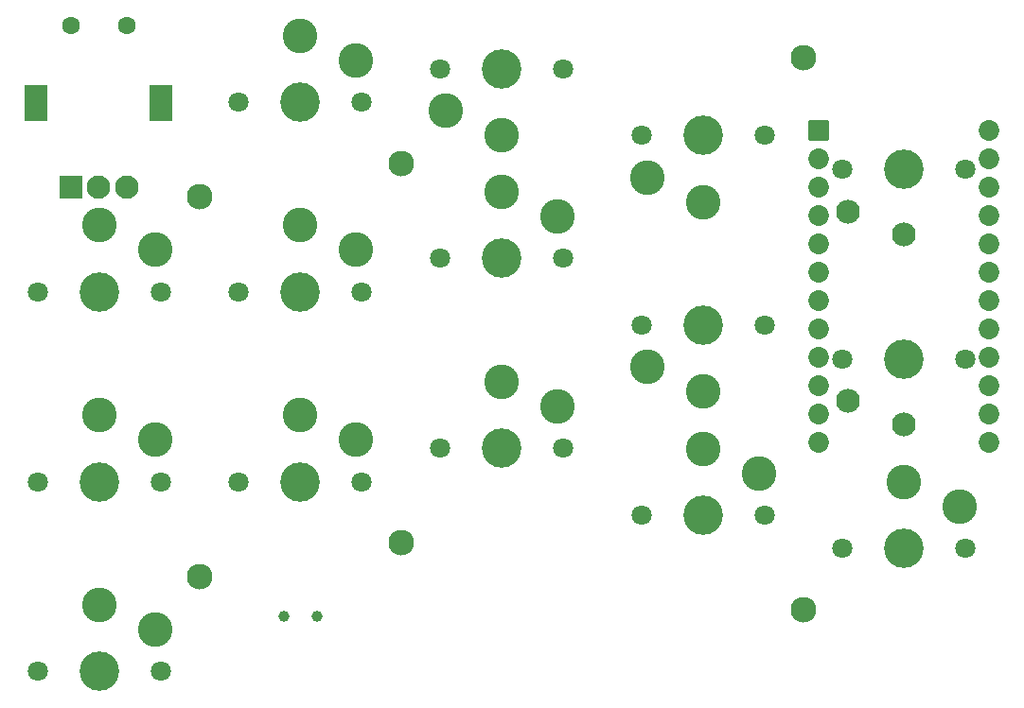
<source format=gbr>
%TF.GenerationSoftware,KiCad,Pcbnew,(7.0.0-0)*%
%TF.CreationDate,2023-02-20T17:01:47+08:00*%
%TF.ProjectId,left,6c656674-2e6b-4696-9361-645f70636258,v1.0.0*%
%TF.SameCoordinates,Original*%
%TF.FileFunction,Soldermask,Top*%
%TF.FilePolarity,Negative*%
%FSLAX46Y46*%
G04 Gerber Fmt 4.6, Leading zero omitted, Abs format (unit mm)*
G04 Created by KiCad (PCBNEW (7.0.0-0)) date 2023-02-20 17:01:47*
%MOMM*%
%LPD*%
G01*
G04 APERTURE LIST*
G04 Aperture macros list*
%AMRoundRect*
0 Rectangle with rounded corners*
0 $1 Rounding radius*
0 $2 $3 $4 $5 $6 $7 $8 $9 X,Y pos of 4 corners*
0 Add a 4 corners polygon primitive as box body*
4,1,4,$2,$3,$4,$5,$6,$7,$8,$9,$2,$3,0*
0 Add four circle primitives for the rounded corners*
1,1,$1+$1,$2,$3*
1,1,$1+$1,$4,$5*
1,1,$1+$1,$6,$7*
1,1,$1+$1,$8,$9*
0 Add four rect primitives between the rounded corners*
20,1,$1+$1,$2,$3,$4,$5,0*
20,1,$1+$1,$4,$5,$6,$7,0*
20,1,$1+$1,$6,$7,$8,$9,0*
20,1,$1+$1,$8,$9,$2,$3,0*%
G04 Aperture macros list end*
%ADD10C,3.529000*%
%ADD11C,1.801800*%
%ADD12C,3.100000*%
%ADD13C,2.132000*%
%ADD14RoundRect,0.050000X1.000000X-1.000000X1.000000X1.000000X-1.000000X1.000000X-1.000000X-1.000000X0*%
%ADD15C,2.100000*%
%ADD16C,1.600000*%
%ADD17RoundRect,0.050000X1.000000X-1.600000X1.000000X1.600000X-1.000000X1.600000X-1.000000X-1.600000X0*%
%ADD18C,1.000000*%
%ADD19RoundRect,0.050000X-0.876300X0.876300X-0.876300X-0.876300X0.876300X-0.876300X0.876300X0.876300X0*%
%ADD20C,1.852600*%
%ADD21C,2.300000*%
G04 APERTURE END LIST*
D10*
%TO.C,S1*%
X0Y34000000D03*
D11*
X-5500000Y34000000D03*
X5500000Y34000000D03*
D12*
X5000000Y37750000D03*
X0Y39950000D03*
%TD*%
D10*
%TO.C,S2*%
X0Y17000000D03*
D11*
X-5500000Y17000000D03*
X5500000Y17000000D03*
D12*
X5000000Y20750000D03*
X0Y22950000D03*
%TD*%
D10*
%TO.C,S3*%
X0Y0D03*
D11*
X-5500000Y0D03*
X5500000Y0D03*
D12*
X5000000Y3750000D03*
X0Y5950000D03*
%TD*%
D10*
%TO.C,S4*%
X18000000Y51000000D03*
D11*
X12500000Y51000000D03*
X23500000Y51000000D03*
D12*
X23000000Y54750000D03*
X18000000Y56950000D03*
%TD*%
D10*
%TO.C,S5*%
X18000000Y34000000D03*
D11*
X12500000Y34000000D03*
X23500000Y34000000D03*
D12*
X23000000Y37750000D03*
X18000000Y39950000D03*
%TD*%
D10*
%TO.C,S6*%
X18000000Y17000000D03*
D11*
X12500000Y17000000D03*
X23500000Y17000000D03*
D12*
X23000000Y20750000D03*
X18000000Y22950000D03*
%TD*%
D10*
%TO.C,S7*%
X36000000Y54000000D03*
D11*
X41500000Y54000000D03*
X30500000Y54000000D03*
D12*
X31000000Y50250000D03*
X36000000Y48050000D03*
%TD*%
D10*
%TO.C,S8*%
X36000000Y37000000D03*
D11*
X30500000Y37000000D03*
X41500000Y37000000D03*
D12*
X41000000Y40750000D03*
X36000000Y42950000D03*
%TD*%
D10*
%TO.C,S9*%
X36000000Y20000000D03*
D11*
X30500000Y20000000D03*
X41500000Y20000000D03*
D12*
X41000000Y23750000D03*
X36000000Y25950000D03*
%TD*%
D10*
%TO.C,S10*%
X54000000Y48000000D03*
D11*
X59500000Y48000000D03*
X48500000Y48000000D03*
D12*
X49000000Y44250000D03*
X54000000Y42050000D03*
%TD*%
D10*
%TO.C,S11*%
X54000000Y31000000D03*
D11*
X59500000Y31000000D03*
X48500000Y31000000D03*
D12*
X49000000Y27250000D03*
X54000000Y25050000D03*
%TD*%
D10*
%TO.C,S12*%
X54000000Y14000000D03*
D11*
X48500000Y14000000D03*
X59500000Y14000000D03*
D12*
X59000000Y17750000D03*
X54000000Y19950000D03*
%TD*%
D10*
%TO.C,S13*%
X72000000Y45000000D03*
D11*
X77500000Y45000000D03*
X66500000Y45000000D03*
D13*
X67000000Y41200000D03*
X72000000Y39100000D03*
%TD*%
D10*
%TO.C,S14*%
X72000000Y28000000D03*
D11*
X77500000Y28000000D03*
X66500000Y28000000D03*
D13*
X67000000Y24200000D03*
X72000000Y22100000D03*
%TD*%
D10*
%TO.C,S15*%
X72000000Y11000000D03*
D11*
X66500000Y11000000D03*
X77500000Y11000000D03*
D12*
X77000000Y14750000D03*
X72000000Y16950000D03*
%TD*%
D14*
%TO.C,ROT1*%
X-2540000Y43380000D03*
D15*
X-40000Y43380000D03*
X2460000Y43380000D03*
D16*
X-2540000Y57880000D03*
X2460000Y57880000D03*
D17*
X-5640000Y50880000D03*
X5560000Y50880000D03*
%TD*%
D18*
%TO.C,SS1*%
X16500000Y4950000D03*
X19500000Y4950000D03*
%TD*%
D19*
%TO.C,MCU1*%
X64380000Y48470000D03*
D20*
X64380000Y45930000D03*
X64380000Y43390000D03*
X64380000Y40850000D03*
X64380000Y38310000D03*
X64380000Y35770000D03*
X64380000Y33230000D03*
X64380000Y30690000D03*
X64380000Y28150000D03*
X64380000Y25610000D03*
X64380000Y23070000D03*
X64380000Y20530000D03*
X79620000Y48470000D03*
X79620000Y45930000D03*
X79620000Y43390000D03*
X79620000Y40850000D03*
X79620000Y38310000D03*
X79620000Y35770000D03*
X79620000Y33230000D03*
X79620000Y30690000D03*
X79620000Y28150000D03*
X79620000Y25610000D03*
X79620000Y23070000D03*
X79620000Y20530000D03*
%TD*%
D21*
%TO.C,H1*%
X9000000Y8500000D03*
%TD*%
%TO.C,H2*%
X9000000Y42500000D03*
%TD*%
%TO.C,H3*%
X27000000Y11500000D03*
%TD*%
%TO.C,H4*%
X27000000Y45500000D03*
%TD*%
%TO.C,H5*%
X63000000Y5500000D03*
%TD*%
%TO.C,H6*%
X63000000Y55000000D03*
%TD*%
M02*

</source>
